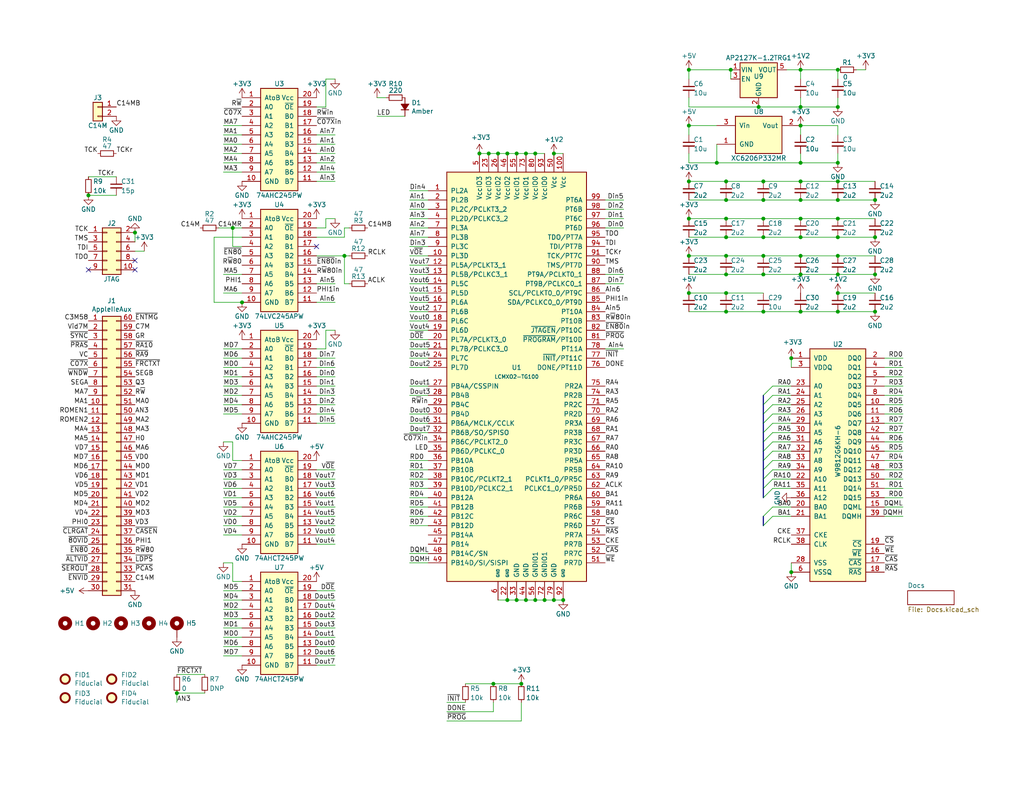
<source format=kicad_sch>
(kicad_sch (version 20230121) (generator eeschema)
  (paper "USLetter")
  (title_block (title "GW4203B (RAM2E II) - LCMXO2-640 / LCMXO2-1200") (date "2023-10-21") (rev "2.1") (company "Garrett's Workshop"))
  (junction (at 198.12 85.09))
  (junction (at 218.44 49.53))
  (junction (at 135.89 41.91))
  (junction (at 187.96 59.69))
  (junction (at 228.6 59.69))
  (junction (at 143.51 163.83))
  (junction (at 218.44 44.45))
  (junction (at 208.28 85.09))
  (junction (at 208.28 64.77))
  (junction (at 198.12 74.93))
  (junction (at 238.76 74.93))
  (junction (at 143.51 41.91))
  (junction (at 228.6 80.01))
  (junction (at 187.96 34.29))
  (junction (at 187.96 80.01))
  (junction (at 133.35 41.91))
  (junction (at 140.97 41.91))
  (junction (at 187.96 69.85))
  (junction (at 228.6 64.77))
  (junction (at 238.76 64.77))
  (junction (at 148.59 163.83))
  (junction (at 218.44 74.93))
  (junction (at 218.44 19.05))
  (junction (at 142.24 186.69))
  (junction (at 228.6 29.21))
  (junction (at 134.62 186.69))
  (junction (at 198.12 64.77))
  (junction (at 138.43 163.83))
  (junction (at 146.05 41.91))
  (junction (at 238.76 54.61))
  (junction (at 93.98 69.85))
  (junction (at 228.6 74.93))
  (junction (at 146.05 163.83))
  (junction (at 198.12 80.01))
  (junction (at 199.39 19.05))
  (junction (at 36.83 63.5))
  (junction (at 228.6 54.61))
  (junction (at 228.6 44.45))
  (junction (at 218.44 59.69))
  (junction (at 138.43 41.91))
  (junction (at 63.5 62.23))
  (junction (at 151.13 41.91))
  (junction (at 228.6 49.53))
  (junction (at 215.9 156.21))
  (junction (at 66.04 82.55))
  (junction (at 208.28 69.85))
  (junction (at 130.81 41.91))
  (junction (at 208.28 54.61))
  (junction (at 140.97 163.83))
  (junction (at 151.13 163.83))
  (junction (at 208.28 74.93))
  (junction (at 218.44 64.77))
  (junction (at 218.44 85.09))
  (junction (at 24.13 53.34))
  (junction (at 153.67 163.83))
  (junction (at 198.12 49.53))
  (junction (at 238.76 85.09))
  (junction (at 187.96 19.05))
  (junction (at 228.6 69.85))
  (junction (at 198.12 54.61))
  (junction (at 218.44 54.61))
  (junction (at 195.58 44.45))
  (junction (at 198.12 59.69))
  (junction (at 208.28 59.69))
  (junction (at 48.26 189.23))
  (junction (at 215.9 97.79))
  (junction (at 208.28 49.53))
  (junction (at 228.6 85.09))
  (junction (at 228.6 19.05))
  (junction (at 187.96 49.53))
  (junction (at 218.44 29.21))
  (junction (at 218.44 69.85))
  (junction (at 218.44 34.29))
  (junction (at 207.01 29.21))
  (junction (at 198.12 69.85))
  (no_connect (at 36.83 71.12))
  (no_connect (at 24.13 73.66))
  (no_connect (at 36.83 73.66))
  (no_connect (at 86.36 67.31))
  (bus_entry (at 210.82 115.57) (size -2.54 2.54))
  (bus_entry (at 210.82 140.97) (size -2.54 2.54))
  (bus_entry (at 210.82 113.03) (size -2.54 2.54))
  (bus_entry (at 210.82 138.43) (size -2.54 2.54))
  (bus_entry (at 210.82 123.19) (size -2.54 2.54))
  (bus_entry (at 210.82 107.95) (size -2.54 2.54))
  (bus_entry (at 210.82 110.49) (size -2.54 2.54))
  (bus_entry (at 210.82 118.11) (size -2.54 2.54))
  (bus_entry (at 210.82 130.81) (size -2.54 2.54))
  (bus_entry (at 210.82 133.35) (size -2.54 2.54))
  (bus_entry (at 210.82 105.41) (size -2.54 2.54))
  (bus_entry (at 210.82 128.27) (size -2.54 2.54))
  (bus_entry (at 210.82 125.73) (size -2.54 2.54))
  (bus_entry (at 210.82 120.65) (size -2.54 2.54))
  (wire (pts (xy 133.35 41.91) (xy 135.89 41.91)))
  (wire (pts (xy 140.97 41.91) (xy 143.51 41.91)))
  (wire (pts (xy 86.36 95.25) (xy 88.9 95.25)))
  (wire (pts (xy 58.42 64.77) (xy 58.42 82.55)))
  (wire (pts (xy 63.5 62.23) (xy 63.5 67.31)))
  (wire (pts (xy 208.28 64.77) (xy 218.44 64.77)))
  (wire (pts (xy 60.96 171.45) (xy 66.04 171.45)))
  (wire (pts (xy 134.62 186.69) (xy 142.24 186.69)))
  (wire (pts (xy 91.44 146.05) (xy 86.36 146.05)))
  (wire (pts (xy 60.96 113.03) (xy 66.04 113.03)))
  (wire (pts (xy 246.38 138.43) (xy 241.3 138.43)))
  (wire (pts (xy 58.42 82.55) (xy 66.04 82.55)))
  (wire (pts (xy 111.76 133.35) (xy 116.84 133.35)))
  (wire (pts (xy 91.44 82.55) (xy 86.36 82.55)))
  (wire (pts (xy 60.96 146.05) (xy 66.04 146.05)))
  (wire (pts (xy 91.44 173.99) (xy 86.36 173.99)))
  (wire (pts (xy 215.9 140.97) (xy 210.82 140.97)))
  (wire (pts (xy 170.18 77.47) (xy 165.1 77.47)))
  (wire (pts (xy 91.44 102.87) (xy 86.36 102.87)))
  (wire (pts (xy 187.96 44.45) (xy 187.96 41.91)))
  (wire (pts (xy 208.28 85.09) (xy 218.44 85.09)))
  (wire (pts (xy 218.44 44.45) (xy 228.6 44.45)))
  (wire (pts (xy 228.6 44.45) (xy 228.6 41.91)))
  (wire (pts (xy 246.38 130.81) (xy 241.3 130.81)))
  (wire (pts (xy 198.12 74.93) (xy 208.28 74.93)))
  (wire (pts (xy 187.96 59.69) (xy 198.12 59.69)))
  (wire (pts (xy 138.43 41.91) (xy 140.97 41.91)))
  (wire (pts (xy 215.9 123.19) (xy 210.82 123.19)))
  (wire (pts (xy 111.76 90.17) (xy 116.84 90.17)))
  (wire (pts (xy 121.92 191.77) (xy 127 191.77)))
  (wire (pts (xy 170.18 62.23) (xy 165.1 62.23)))
  (wire (pts (xy 93.98 64.77) (xy 93.98 62.23)))
  (wire (pts (xy 60.96 44.45) (xy 66.04 44.45)))
  (wire (pts (xy 111.76 135.89) (xy 116.84 135.89)))
  (wire (pts (xy 146.05 41.91) (xy 148.59 41.91)))
  (wire (pts (xy 60.96 34.29) (xy 66.04 34.29)))
  (wire (pts (xy 228.6 49.53) (xy 238.76 49.53)))
  (wire (pts (xy 60.96 95.25) (xy 66.04 95.25)))
  (wire (pts (xy 111.76 82.55) (xy 116.84 82.55)))
  (wire (pts (xy 91.44 130.81) (xy 86.36 130.81)))
  (wire (pts (xy 48.26 189.23) (xy 48.26 191.77)))
  (wire (pts (xy 215.9 107.95) (xy 210.82 107.95)))
  (wire (pts (xy 121.92 196.85) (xy 142.24 196.85)))
  (wire (pts (xy 91.44 97.79) (xy 86.36 97.79)))
  (wire (pts (xy 218.44 29.21) (xy 207.01 29.21)))
  (wire (pts (xy 151.13 163.83) (xy 148.59 163.83)))
  (wire (pts (xy 218.44 21.59) (xy 218.44 19.05)))
  (wire (pts (xy 111.76 57.15) (xy 116.84 57.15)))
  (wire (pts (xy 215.9 138.43) (xy 210.82 138.43)))
  (bus (pts (xy 208.28 128.27) (xy 208.28 130.81)))
  (wire (pts (xy 111.76 100.33) (xy 116.84 100.33)))
  (bus (pts (xy 208.28 123.19) (xy 208.28 125.73)))
  (wire (pts (xy 60.96 140.97) (xy 66.04 140.97)))
  (wire (pts (xy 210.82 133.35) (xy 215.9 133.35)))
  (wire (pts (xy 218.44 74.93) (xy 228.6 74.93)))
  (wire (pts (xy 187.96 34.29) (xy 187.96 36.83)))
  (wire (pts (xy 170.18 54.61) (xy 165.1 54.61)))
  (wire (pts (xy 111.76 74.93) (xy 116.84 74.93)))
  (wire (pts (xy 91.44 135.89) (xy 86.36 135.89)))
  (wire (pts (xy 91.44 39.37) (xy 86.36 39.37)))
  (wire (pts (xy 218.44 36.83) (xy 218.44 34.29)))
  (bus (pts (xy 208.28 120.65) (xy 208.28 123.19)))
  (wire (pts (xy 95.25 69.85) (xy 93.98 69.85)))
  (wire (pts (xy 111.76 95.25) (xy 116.84 95.25)))
  (wire (pts (xy 60.96 143.51) (xy 66.04 143.51)))
  (wire (pts (xy 170.18 74.93) (xy 165.1 74.93)))
  (wire (pts (xy 60.96 110.49) (xy 66.04 110.49)))
  (wire (pts (xy 111.76 64.77) (xy 116.84 64.77)))
  (wire (pts (xy 228.6 21.59) (xy 228.6 19.05)))
  (wire (pts (xy 60.96 166.37) (xy 66.04 166.37)))
  (wire (pts (xy 218.44 49.53) (xy 228.6 49.53)))
  (wire (pts (xy 116.84 92.71) (xy 111.76 92.71)))
  (wire (pts (xy 48.26 184.15) (xy 55.88 184.15)))
  (wire (pts (xy 215.9 125.73) (xy 210.82 125.73)))
  (wire (pts (xy 88.9 21.59) (xy 91.44 21.59)))
  (wire (pts (xy 198.12 54.61) (xy 208.28 54.61)))
  (wire (pts (xy 170.18 95.25) (xy 165.1 95.25)))
  (wire (pts (xy 135.89 41.91) (xy 138.43 41.91)))
  (wire (pts (xy 130.81 41.91) (xy 133.35 41.91)))
  (wire (pts (xy 91.44 171.45) (xy 86.36 171.45)))
  (wire (pts (xy 228.6 80.01) (xy 238.76 80.01)))
  (wire (pts (xy 91.44 138.43) (xy 86.36 138.43)))
  (wire (pts (xy 60.96 107.95) (xy 66.04 107.95)))
  (wire (pts (xy 24.13 48.26) (xy 31.75 48.26)))
  (wire (pts (xy 93.98 69.85) (xy 93.98 77.47)))
  (wire (pts (xy 86.36 128.27) (xy 91.44 128.27)))
  (wire (pts (xy 36.83 66.04) (xy 36.83 63.5)))
  (wire (pts (xy 60.96 36.83) (xy 66.04 36.83)))
  (wire (pts (xy 218.44 69.85) (xy 228.6 69.85)))
  (bus (pts (xy 208.28 110.49) (xy 208.28 113.03)))
  (wire (pts (xy 111.76 118.11) (xy 116.84 118.11)))
  (wire (pts (xy 60.96 46.99) (xy 66.04 46.99)))
  (wire (pts (xy 187.96 44.45) (xy 195.58 44.45)))
  (wire (pts (xy 111.76 62.23) (xy 116.84 62.23)))
  (wire (pts (xy 60.96 105.41) (xy 66.04 105.41)))
  (wire (pts (xy 208.28 74.93) (xy 218.44 74.93)))
  (wire (pts (xy 153.67 41.91) (xy 151.13 41.91)))
  (bus (pts (xy 208.28 125.73) (xy 208.28 128.27)))
  (wire (pts (xy 91.44 44.45) (xy 86.36 44.45)))
  (wire (pts (xy 91.44 77.47) (xy 86.36 77.47)))
  (wire (pts (xy 60.96 80.01) (xy 66.04 80.01)))
  (wire (pts (xy 91.44 36.83) (xy 86.36 36.83)))
  (wire (pts (xy 187.96 29.21) (xy 207.01 29.21)))
  (wire (pts (xy 66.04 158.75) (xy 63.5 158.75)))
  (wire (pts (xy 236.22 19.05) (xy 233.68 19.05)))
  (wire (pts (xy 246.38 107.95) (xy 241.3 107.95)))
  (wire (pts (xy 60.96 168.91) (xy 66.04 168.91)))
  (wire (pts (xy 228.6 74.93) (xy 238.76 74.93)))
  (wire (pts (xy 91.44 179.07) (xy 86.36 179.07)))
  (wire (pts (xy 60.96 173.99) (xy 66.04 173.99)))
  (wire (pts (xy 228.6 34.29) (xy 218.44 34.29)))
  (wire (pts (xy 146.05 163.83) (xy 143.51 163.83)))
  (wire (pts (xy 91.44 41.91) (xy 86.36 41.91)))
  (wire (pts (xy 187.96 69.85) (xy 198.12 69.85)))
  (wire (pts (xy 63.5 158.75) (xy 63.5 153.67)))
  (wire (pts (xy 60.96 163.83) (xy 66.04 163.83)))
  (wire (pts (xy 111.76 143.51) (xy 116.84 143.51)))
  (wire (pts (xy 55.88 189.23) (xy 48.26 189.23)))
  (bus (pts (xy 208.28 140.97) (xy 208.28 143.51)))
  (wire (pts (xy 110.49 31.75) (xy 102.87 31.75)))
  (wire (pts (xy 218.44 29.21) (xy 218.44 26.67)))
  (wire (pts (xy 63.5 120.65) (xy 60.96 120.65)))
  (wire (pts (xy 228.6 36.83) (xy 228.6 34.29)))
  (wire (pts (xy 93.98 77.47) (xy 95.25 77.47)))
  (wire (pts (xy 246.38 123.19) (xy 241.3 123.19)))
  (wire (pts (xy 88.9 59.69) (xy 91.44 59.69)))
  (wire (pts (xy 187.96 54.61) (xy 198.12 54.61)))
  (wire (pts (xy 111.76 54.61) (xy 116.84 54.61)))
  (wire (pts (xy 246.38 113.03) (xy 241.3 113.03)))
  (wire (pts (xy 218.44 44.45) (xy 195.58 44.45)))
  (wire (pts (xy 60.96 74.93) (xy 66.04 74.93)))
  (wire (pts (xy 60.96 39.37) (xy 66.04 39.37)))
  (wire (pts (xy 215.9 118.11) (xy 210.82 118.11)))
  (wire (pts (xy 246.38 105.41) (xy 241.3 105.41)))
  (wire (pts (xy 228.6 64.77) (xy 238.76 64.77)))
  (wire (pts (xy 59.69 62.23) (xy 63.5 62.23)))
  (wire (pts (xy 198.12 85.09) (xy 208.28 85.09)))
  (wire (pts (xy 198.12 64.77) (xy 208.28 64.77)))
  (wire (pts (xy 91.44 143.51) (xy 86.36 143.51)))
  (wire (pts (xy 215.9 100.33) (xy 215.9 97.79)))
  (wire (pts (xy 102.87 26.67) (xy 105.41 26.67)))
  (wire (pts (xy 91.44 140.97) (xy 86.36 140.97)))
  (wire (pts (xy 187.96 64.77) (xy 198.12 64.77)))
  (wire (pts (xy 127 186.69) (xy 134.62 186.69)))
  (wire (pts (xy 63.5 153.67) (xy 60.96 153.67)))
  (wire (pts (xy 228.6 59.69) (xy 238.76 59.69)))
  (wire (pts (xy 142.24 191.77) (xy 142.24 196.85)))
  (wire (pts (xy 198.12 85.09) (xy 187.96 85.09)))
  (wire (pts (xy 63.5 125.73) (xy 63.5 120.65)))
  (wire (pts (xy 60.96 179.07) (xy 66.04 179.07)))
  (wire (pts (xy 198.12 80.01) (xy 208.28 80.01)))
  (wire (pts (xy 187.96 74.93) (xy 198.12 74.93)))
  (wire (pts (xy 218.44 64.77) (xy 228.6 64.77)))
  (wire (pts (xy 88.9 59.69) (xy 88.9 62.23)))
  (wire (pts (xy 134.62 194.31) (xy 134.62 191.77)))
  (wire (pts (xy 60.96 130.81) (xy 66.04 130.81)))
  (wire (pts (xy 215.9 156.21) (xy 215.9 153.67)))
  (wire (pts (xy 86.36 64.77) (xy 93.98 64.77)))
  (wire (pts (xy 138.43 163.83) (xy 135.89 163.83)))
  (wire (pts (xy 66.04 62.23) (xy 63.5 62.23)))
  (wire (pts (xy 60.96 128.27) (xy 66.04 128.27)))
  (wire (pts (xy 187.96 19.05) (xy 199.39 19.05)))
  (wire (pts (xy 246.38 97.79) (xy 241.3 97.79)))
  (wire (pts (xy 246.38 128.27) (xy 241.3 128.27)))
  (wire (pts (xy 218.44 19.05) (xy 214.63 19.05)))
  (wire (pts (xy 246.38 125.73) (xy 241.3 125.73)))
  (wire (pts (xy 246.38 120.65) (xy 241.3 120.65)))
  (wire (pts (xy 199.39 19.05) (xy 199.39 21.59)))
  (wire (pts (xy 246.38 133.35) (xy 241.3 133.35)))
  (wire (pts (xy 60.96 161.29) (xy 66.04 161.29)))
  (wire (pts (xy 93.98 62.23) (xy 95.25 62.23)))
  (wire (pts (xy 60.96 176.53) (xy 66.04 176.53)))
  (wire (pts (xy 66.04 64.77) (xy 58.42 64.77)))
  (wire (pts (xy 238.76 85.09) (xy 228.6 85.09)))
  (wire (pts (xy 91.44 176.53) (xy 86.36 176.53)))
  (wire (pts (xy 153.67 163.83) (xy 151.13 163.83)))
  (wire (pts (xy 187.96 19.05) (xy 187.96 21.59)))
  (wire (pts (xy 91.44 163.83) (xy 86.36 163.83)))
  (wire (pts (xy 111.76 105.41) (xy 116.84 105.41)))
  (wire (pts (xy 111.76 77.47) (xy 116.84 77.47)))
  (wire (pts (xy 187.96 49.53) (xy 198.12 49.53)))
  (wire (pts (xy 86.36 69.85) (xy 93.98 69.85)))
  (wire (pts (xy 215.9 105.41) (xy 210.82 105.41)))
  (wire (pts (xy 218.44 44.45) (xy 218.44 41.91)))
  (wire (pts (xy 208.28 49.53) (xy 218.44 49.53)))
  (wire (pts (xy 111.76 52.07) (xy 116.84 52.07)))
  (wire (pts (xy 60.96 102.87) (xy 66.04 102.87)))
  (wire (pts (xy 31.75 53.34) (xy 24.13 53.34)))
  (wire (pts (xy 116.84 69.85) (xy 111.76 69.85)))
  (wire (pts (xy 246.38 115.57) (xy 241.3 115.57)))
  (wire (pts (xy 215.9 110.49) (xy 210.82 110.49)))
  (wire (pts (xy 111.76 87.63) (xy 116.84 87.63)))
  (wire (pts (xy 246.38 100.33) (xy 241.3 100.33)))
  (wire (pts (xy 198.12 49.53) (xy 208.28 49.53)))
  (wire (pts (xy 111.76 115.57) (xy 116.84 115.57)))
  (wire (pts (xy 91.44 49.53) (xy 86.36 49.53)))
  (wire (pts (xy 198.12 59.69) (xy 208.28 59.69)))
  (wire (pts (xy 143.51 41.91) (xy 146.05 41.91)))
  (wire (pts (xy 246.38 135.89) (xy 241.3 135.89)))
  (wire (pts (xy 86.36 62.23) (xy 88.9 62.23)))
  (wire (pts (xy 215.9 120.65) (xy 210.82 120.65)))
  (wire (pts (xy 86.36 29.21) (xy 88.9 29.21)))
  (wire (pts (xy 218.44 29.21) (xy 228.6 29.21)))
  (wire (pts (xy 208.28 54.61) (xy 218.44 54.61)))
  (wire (pts (xy 228.6 19.05) (xy 218.44 19.05)))
  (wire (pts (xy 208.28 59.69) (xy 218.44 59.69)))
  (wire (pts (xy 215.9 128.27) (xy 210.82 128.27)))
  (wire (pts (xy 187.96 34.29) (xy 195.58 34.29)))
  (wire (pts (xy 187.96 80.01) (xy 198.12 80.01)))
  (wire (pts (xy 91.44 113.03) (xy 86.36 113.03)))
  (wire (pts (xy 111.76 125.73) (xy 116.84 125.73)))
  (wire (pts (xy 116.84 153.67) (xy 111.76 153.67)))
  (bus (pts (xy 208.28 113.03) (xy 208.28 115.57)))
  (wire (pts (xy 111.76 140.97) (xy 116.84 140.97)))
  (wire (pts (xy 86.36 161.29) (xy 91.44 161.29)))
  (wire (pts (xy 91.44 148.59) (xy 86.36 148.59)))
  (wire (pts (xy 60.96 97.79) (xy 66.04 97.79)))
  (wire (pts (xy 228.6 54.61) (xy 238.76 54.61)))
  (wire (pts (xy 39.37 68.58) (xy 36.83 68.58)))
  (wire (pts (xy 111.76 72.39) (xy 116.84 72.39)))
  (wire (pts (xy 146.05 163.83) (xy 148.59 163.83)))
  (wire (pts (xy 66.04 125.73) (xy 63.5 125.73)))
  (wire (pts (xy 246.38 118.11) (xy 241.3 118.11)))
  (wire (pts (xy 246.38 102.87) (xy 241.3 102.87)))
  (wire (pts (xy 121.92 194.31) (xy 134.62 194.31)))
  (wire (pts (xy 63.5 67.31) (xy 66.04 67.31)))
  (wire (pts (xy 91.44 168.91) (xy 86.36 168.91)))
  (wire (pts (xy 91.44 105.41) (xy 86.36 105.41)))
  (wire (pts (xy 215.9 130.81) (xy 210.82 130.81)))
  (wire (pts (xy 143.51 163.83) (xy 140.97 163.83)))
  (wire (pts (xy 215.9 113.03) (xy 210.82 113.03)))
  (wire (pts (xy 140.97 163.83) (xy 138.43 163.83)))
  (wire (pts (xy 111.76 107.95) (xy 116.84 107.95)))
  (wire (pts (xy 246.38 110.49) (xy 241.3 110.49)))
  (wire (pts (xy 170.18 57.15) (xy 165.1 57.15)))
  (wire (pts (xy 187.96 29.21) (xy 187.96 26.67)))
  (wire (pts (xy 91.44 133.35) (xy 86.36 133.35)))
  (wire (pts (xy 88.9 95.25) (xy 88.9 90.17)))
  (bus (pts (xy 208.28 118.11) (xy 208.28 120.65)))
  (bus (pts (xy 208.28 107.95) (xy 208.28 110.49)))
  (wire (pts (xy 88.9 21.59) (xy 88.9 29.21)))
  (wire (pts (xy 170.18 59.69) (xy 165.1 59.69)))
  (wire (pts (xy 60.96 41.91) (xy 66.04 41.91)))
  (wire (pts (xy 111.76 85.09) (xy 116.84 85.09)))
  (wire (pts (xy 91.44 46.99) (xy 86.36 46.99)))
  (wire (pts (xy 198.12 69.85) (xy 208.28 69.85)))
  (wire (pts (xy 60.96 100.33) (xy 66.04 100.33)))
  (wire (pts (xy 208.28 69.85) (xy 218.44 69.85)))
  (wire (pts (xy 91.44 115.57) (xy 86.36 115.57)))
  (wire (pts (xy 228.6 29.21) (xy 228.6 26.67)))
  (wire (pts (xy 215.9 115.57) (xy 210.82 115.57)))
  (bus (pts (xy 208.28 130.81) (xy 208.28 133.35)))
  (bus (pts (xy 208.28 115.57) (xy 208.28 118.11)))
  (wire (pts (xy 116.84 151.13) (xy 111.76 151.13)))
  (wire (pts (xy 111.76 113.03) (xy 116.84 113.03)))
  (wire (pts (xy 60.96 133.35) (xy 66.04 133.35)))
  (wire (pts (xy 195.58 44.45) (xy 195.58 39.37)))
  (wire (pts (xy 111.76 59.69) (xy 116.84 59.69)))
  (wire (pts (xy 91.44 100.33) (xy 86.36 100.33)))
  (wire (pts (xy 116.84 138.43) (xy 111.76 138.43)))
  (wire (pts (xy 218.44 59.69) (xy 228.6 59.69)))
  (wire (pts (xy 218.44 54.61) (xy 228.6 54.61)))
  (wire (pts (xy 228.6 69.85) (xy 238.76 69.85)))
  (wire (pts (xy 60.96 135.89) (xy 66.04 135.89)))
  (wire (pts (xy 111.76 80.01) (xy 116.84 80.01)))
  (wire (pts (xy 111.76 130.81) (xy 116.84 130.81)))
  (wire (pts (xy 91.44 181.61) (xy 86.36 181.61)))
  (wire (pts (xy 218.44 85.09) (xy 228.6 85.09)))
  (wire (pts (xy 91.44 166.37) (xy 86.36 166.37)))
  (wire (pts (xy 60.96 138.43) (xy 66.04 138.43)))
  (wire (pts (xy 91.44 107.95) (xy 86.36 107.95)))
  (wire (pts (xy 111.76 128.27) (xy 116.84 128.27)))
  (wire (pts (xy 246.38 140.97) (xy 241.3 140.97)))
  (bus (pts (xy 208.28 133.35) (xy 208.28 135.89)))
  (wire (pts (xy 111.76 67.31) (xy 116.84 67.31)))
  (wire (pts (xy 91.44 110.49) (xy 86.36 110.49)))
  (wire (pts (xy 111.76 97.79) (xy 116.84 97.79)))
  (wire (pts (xy 88.9 90.17) (xy 91.44 90.17)))
  (label "~{PRAS}" (at 24.13 95.25 180))
  (label "RA4" (at 215.9 115.57 180))
  (label "~{SEROUT}" (at 24.13 156.21 180))
  (label "MD1" (at 60.96 171.45 0))
  (label "MD0" (at 36.83 128.27 0))
  (label "MD5" (at 24.13 135.89 180))
  (label "Din0" (at 170.18 62.23 180))
  (label "RD2" (at 246.38 130.81 180))
  (label "Ain4" (at 170.18 95.25 180))
  (label "TCKr" (at 165.1 69.85 0))
  (label "RD6" (at 111.76 140.97 0))
  (label "RA8" (at 165.1 125.73 0))
  (label "Din3" (at 91.44 107.95 180))
  (label "MD3" (at 60.96 168.91 0))
  (label "~{WNDW}" (at 24.13 102.87 180))
  (label "MD4" (at 60.96 110.49 0))
  (label "RD1" (at 111.76 128.27 0))
  (label "Vout6" (at 111.76 77.47 0))
  (label "RCLK" (at 100.33 69.85 0))
  (label "MD2" (at 60.96 166.37 0))
  (label "RCLK" (at 215.9 148.59 180))
  (label "MA5" (at 24.13 120.65 180))
  (label "Vout6" (at 91.44 135.89 180))
  (label "Ain2" (at 111.76 62.23 0))
  (label "Ain6" (at 165.1 80.01 0))
  (label "~{ENVID}" (at 24.13 158.75 180))
  (label "Din5" (at 170.18 54.61 180))
  (label "Din2" (at 170.18 57.15 180))
  (label "Ain6" (at 91.44 82.55 180))
  (label "VD6" (at 60.96 133.35 0))
  (label "Din6" (at 170.18 74.93 180))
  (label "RA5" (at 165.1 110.49 0))
  (label "VD0" (at 36.83 125.73 0))
  (label "PHI1in" (at 165.1 82.55 0))
  (label "Dout0" (at 111.76 113.03 0))
  (label "MD7" (at 60.96 179.07 0))
  (label "Vout5" (at 91.44 140.97 180))
  (label "Ain2" (at 91.44 44.45 180))
  (label "Din6" (at 91.44 100.33 180))
  (label "Ain0" (at 91.44 41.91 180))
  (label "Din4" (at 111.76 52.07 0))
  (label "VD0" (at 60.96 143.51 0))
  (label "~{CASEN}" (at 36.83 146.05 0))
  (label "RD3" (at 246.38 105.41 180))
  (label "DONE" (at 165.1 100.33 0))
  (label "PHI0" (at 24.13 143.51 180))
  (label "R~{W}80" (at 36.83 151.13 0))
  (label "Dout2" (at 111.76 100.33 0))
  (label "Ain4" (at 91.44 46.99 180))
  (label "~{PROG}" (at 165.1 92.71 0))
  (label "ROMEN2" (at 24.13 115.57 180))
  (label "Din4" (at 91.44 113.03 180))
  (label "GR" (at 36.83 92.71 0))
  (label "MA7" (at 24.13 107.95 180))
  (label "RD7" (at 246.38 115.57 180))
  (label "Vout0" (at 91.44 146.05 180))
  (label "Dout0" (at 91.44 176.53 180))
  (label "Dout6" (at 91.44 179.07 180))
  (label "VD4" (at 24.13 140.97 180))
  (label "~{SYNC}" (at 24.13 92.71 180))
  (label "MA0" (at 36.83 110.49 0))
  (label "~{EN80}in" (at 165.1 90.17 0))
  (label "Dout2" (at 91.44 168.91 180))
  (label "Vout4" (at 111.76 90.17 0))
  (label "VD2" (at 36.83 135.89 0))
  (label "Dout4" (at 91.44 166.37 180))
  (label "H0" (at 36.83 120.65 0))
  (label "RA3" (at 165.1 107.95 0))
  (label "RA5" (at 215.9 118.11 180))
  (label "VD5" (at 60.96 138.43 0))
  (label "Dout3" (at 91.44 171.45 180))
  (label "RD6" (at 246.38 120.65 180))
  (label "~{LDPS}" (at 36.83 153.67 0))
  (label "VC" (at 24.13 97.79 180))
  (label "RA0" (at 165.1 123.19 0))
  (label "MD0" (at 60.96 100.33 0))
  (label "Din0" (at 91.44 102.87 180))
  (label "TCK" (at 24.13 63.5 180))
  (label "VD1" (at 60.96 135.89 0))
  (label "BA0" (at 215.9 138.43 180))
  (label "MD7" (at 24.13 125.73 180))
  (label "RA11" (at 215.9 133.35 180))
  (label "Vout2" (at 91.44 143.51 180))
  (label "MA4" (at 24.13 118.11 180))
  (label "LED" (at 102.87 31.75 0))
  (label "MD3" (at 60.96 105.41 0))
  (label "RA9" (at 165.1 130.81 0))
  (label "RD2" (at 111.76 130.81 0))
  (label "~{PROG}" (at 121.92 196.85 0))
  (label "Vout3" (at 91.44 133.35 180))
  (label "RA11" (at 165.1 138.43 0))
  (label "R~{W}" (at 36.83 107.95 0))
  (label "CKE" (at 165.1 148.59 0))
  (label "~{CLRGAT}" (at 24.13 146.05 180))
  (label "Ain5" (at 165.1 85.09 0))
  (label "R~{W}in" (at 116.84 110.49 180))
  (label "VD4" (at 60.96 146.05 0))
  (label "MA7" (at 60.96 34.29 0))
  (label "MD0" (at 60.96 173.99 0))
  (label "~{C07X}in" (at 86.36 34.29 0))
  (label "DQMH" (at 111.76 153.67 0))
  (label "MD2" (at 60.96 107.95 0))
  (label "RA6" (at 215.9 120.65 180))
  (label "RD4" (at 111.76 135.89 0))
  (label "Din2" (at 91.44 110.49 180))
  (label "MD4" (at 60.96 163.83 0))
  (label "Dout6" (at 111.76 115.57 0))
  (label "R~{W}80in" (at 86.36 74.93 0))
  (label "MA5" (at 60.96 74.93 0))
  (label "DQMH" (at 246.38 140.97 180))
  (label "~{EN80}" (at 66.04 69.85 180))
  (label "V~{OE}" (at 111.76 69.85 0))
  (label "MD6" (at 24.13 128.27 180))
  (label "MD3" (at 36.83 140.97 0))
  (label "Din3" (at 111.76 67.31 0))
  (label "~{CAS}" (at 165.1 151.13 0))
  (label "VD7" (at 24.13 123.19 180))
  (label "VD3" (at 60.96 130.81 0))
  (label "RA3" (at 215.9 113.03 180))
  (label "MA1" (at 24.13 110.49 180))
  (label "C7M" (at 36.83 90.17 0))
  (label "~{EN80}in" (at 86.36 72.39 0))
  (label "~{80VID}" (at 24.13 148.59 180))
  (label "RD2" (at 246.38 102.87 180))
  (label "Dout1" (at 111.76 105.41 0))
  (label "RA2" (at 165.1 113.03 0))
  (label "Vout1" (at 91.44 138.43 180))
  (label "~{RAS}" (at 241.3 156.21 0))
  (label "BA1" (at 165.1 135.89 0))
  (label "~{FRCTXT}" (at 48.26 184.15 0))
  (label "MD6" (at 60.96 176.53 0))
  (label "Ain1" (at 91.44 39.37 180))
  (label "VD6" (at 24.13 130.81 180))
  (label "Ain3" (at 111.76 59.69 0))
  (label "PHI1in" (at 86.36 80.01 0))
  (label "~{C07X}" (at 24.13 100.33 180))
  (label "~{ALTVID}" (at 24.13 153.67 180))
  (label "Ain3" (at 91.44 49.53 180))
  (label "~{C07X}" (at 66.04 31.75 180))
  (label "~{CS}" (at 165.1 143.51 0))
  (label "RA4" (at 165.1 105.41 0))
  (label "R~{W}80" (at 66.04 72.39 180))
  (label "Dout1" (at 91.44 173.99 180))
  (label "PHI1" (at 66.04 77.47 180))
  (label "RD1" (at 246.38 100.33 180))
  (label "RA1" (at 165.1 118.11 0))
  (label "R~{W}" (at 66.04 29.21 180))
  (label "~{FRCTXT}" (at 36.83 100.33 0))
  (label "R~{W}80in" (at 165.1 87.63 0))
  (label "MA6" (at 36.83 123.19 0))
  (label "~{CS}" (at 241.3 148.59 0))
  (label "PHI1" (at 36.83 148.59 0))
  (label "Ain1" (at 111.76 54.61 0))
  (label "TDI" (at 165.1 67.31 0))
  (label "RD3" (at 111.76 133.35 0))
  (label "BA0" (at 165.1 140.97 0))
  (label "Din1" (at 91.44 105.41 180))
  (label "VD7" (at 60.96 128.27 0))
  (label "RD6" (at 246.38 113.03 180))
  (label "Vout0" (at 111.76 87.63 0))
  (label "VD5" (at 24.13 133.35 180))
  (label "~{CAS}" (at 241.3 153.67 0))
  (label "C14M" (at 36.83 158.75 0))
  (label "RD7" (at 246.38 118.11 180))
  (label "RD3" (at 246.38 128.27 180))
  (label "TDO" (at 165.1 64.77 0))
  (label "AN3" (at 36.83 113.03 0))
  (label "TDO" (at 24.13 71.12 180))
  (label "RA2" (at 215.9 110.49 180))
  (label "RA10" (at 215.9 130.81 180))
  (label "RD5" (at 111.76 138.43 0))
  (label "MA6" (at 60.96 80.01 0))
  (label "Dout5" (at 111.76 95.25 0))
  (label "DQML" (at 246.38 138.43 180))
  (label "RA9" (at 215.9 128.27 180))
  (label "MD5" (at 60.96 113.03 0))
  (label "BA1" (at 215.9 140.97 180))
  (label "Vid7M" (at 24.13 90.17 180))
  (label "Vout7" (at 111.76 72.39 0))
  (label "~{ENTMG}" (at 36.83 87.63 0))
  (label "RD0" (at 246.38 135.89 180))
  (label "MA3" (at 60.96 46.99 0))
  (label "VD1" (at 36.83 133.35 0))
  (label "MA3" (at 36.83 118.11 0))
  (label "~{WE}" (at 241.3 151.13 0))
  (label "VD3" (at 36.83 143.51 0))
  (label "~{C07X}in" (at 116.84 120.65 180))
  (label "~{RA10}" (at 36.83 95.25 0))
  (label "Din7" (at 170.18 77.47 180))
  (label "SEGA" (at 24.13 105.41 180))
  (label "MD2" (at 36.83 138.43 0))
  (label "AN3" (at 48.26 191.77 0))
  (label "MA2" (at 60.96 41.91 0))
  (label "RD5" (at 246.38 110.49 180))
  (label "ACLK" (at 165.1 133.35 0))
  (label "RA8" (at 215.9 125.73 180))
  (label "MD1" (at 36.83 130.81 0))
  (label "D~{OE}" (at 111.76 92.71 0))
  (label "MD4" (at 24.13 138.43 180))
  (label "MA4" (at 60.96 44.45 0))
  (label "RD5" (at 246.38 123.19 180))
  (label "RD4" (at 246.38 125.73 180))
  (label "RA0" (at 215.9 105.41 180))
  (label "MD5" (at 60.96 161.29 0))
  (label "MA2" (at 36.83 115.57 0))
  (label "V~{OE}" (at 91.44 128.27 180))
  (label "MD1" (at 60.96 102.87 0))
  (label "C3M58" (at 24.13 87.63 180))
  (label "~{RAS}" (at 165.1 146.05 0))
  (label "Ain0" (at 111.76 57.15 0))
  (label "~{INIT}" (at 121.92 191.77 0))
  (label "VD2" (at 60.96 140.97 0))
  (label "D~{OE}" (at 91.44 161.29 180))
  (label "Ain7" (at 91.44 36.83 180))
  (label "RD0" (at 246.38 97.79 180))
  (label "RA1" (at 215.9 107.95 180))
  (label "RA10" (at 165.1 128.27 0))
  (label "~{EN80}" (at 24.13 151.13 180))
  (label "Vout7" (at 91.44 130.81 180))
  (label "DONE" (at 121.92 194.31 0))
  (label "Ain7" (at 111.76 64.77 0))
  (label "RA7" (at 165.1 120.65 0))
  (label "~{RA9}" (at 36.83 97.79 0))
  (label "TMS" (at 24.13 66.04 180))
  (label "TCKr" (at 26.67 48.26 0))
  (label "Din7" (at 91.44 97.79 180))
  (label "C14MB" (at 31.75 29.21 0))
  (label "Din1" (at 170.18 59.69 180))
  (label "MD6" (at 60.96 97.79 0))
  (label "Vout4" (at 91.44 148.59 180))
  (label "LED" (at 116.84 123.19 180))
  (label "RD7" (at 111.76 143.51 0))
  (label "RA7" (at 215.9 123.19 180))
  (label "C14M" (at 54.61 62.23 180))
  (label "TDI" (at 24.13 68.58 180))
  (label "TCKr" (at 31.75 41.91 0))
  (label "~{PCAS}" (at 36.83 156.21 0))
  (label "Dout4" (at 111.76 97.79 0))
  (label "Dout3" (at 111.76 107.95 0))
  (label "TCK" (at 26.67 41.91 180))
  (label "R~{W}in" (at 86.36 31.75 0))
  (label "~{INIT}" (at 165.1 97.79 0))
  (label "DQML" (at 111.76 151.13 0))
  (label "SEGB" (at 36.83 102.87 0))
  (label "RA6" (at 165.1 115.57 0))
  (label "RD0" (at 111.76 125.73 0))
  (label "~{WE}" (at 165.1 153.67 0))
  (label "Vout1" (at 111.76 80.01 0))
  (label "C14MB" (at 100.33 62.23 0))
  (label "ROMEN1" (at 24.13 113.03 180))
  (label "C14MR" (at 66.04 62.23 180))
  (label "Dout7" (at 91.44 181.61 180))
  (label "MA1" (at 60.96 36.83 0))
  (label "ACLK" (at 100.33 77.47 0))
  (label "Vout3" (at 111.76 74.93 0))
  (label "Ain5" (at 91.44 77.47 180))
  (label "TMS" (at 165.1 72.39 0))
  (label "Vout5" (at 111.76 82.55 0))
  (label "MA0" (at 60.96 39.37 0))
  (label "Vout2" (at 111.76 85.09 0))
  (label "Q3" (at 36.83 105.41 0))
  (label "MD7" (at 60.96 95.25 0))
  (label "Dout7" (at 111.76 118.11 0))
  (label "RD1" (at 246.38 133.35 180))
  (label "Din5" (at 91.44 115.57 180))
  (label "Dout5" (at 91.44 163.83 180))
  (label "RD4" (at 246.38 107.95 180))
  (label "CKE" (at 215.9 146.05 180))
  (symbol (lib_id "Device:C_Small") (at 218.44 24.13 0) (unit 1)
    (property "Reference" "C4" (at 219.71 22.86 0) (effects (justify left)))
    (property "Value" "10u" (at 219.71 25.4 0) (effects (justify left)))
    (property "Footprint" "stdpads:C_0805" (effects hide))
    (property "LCSC Part" "C15850" (effects hide))
    (property "Mfg. Part Numbers" "Samsung CL21A106KAYNNNE" (effects hide))
    (property "Notes" "10V or higher. Any manufacturer's part is acceptable but Samsung, Murata, Yageo preferred." (effects hide))
  )
  (symbol (lib_id "Device:C_Small") (at 228.6 24.13 0) (unit 1)
    (property "Reference" "C5" (at 229.87 22.86 0) (effects (justify left)))
    (property "Value" "10u" (at 229.87 25.4 0) (effects (justify left)))
    (property "Footprint" "stdpads:C_0805" (effects hide))
    (property "LCSC Part" "C15850" (effects hide))
    (property "Mfg. Part Numbers" "Samsung CL21A106KAYNNNE" (effects hide))
    (property "Notes" "10V or higher. Any manufacturer's part is acceptable but Samsung, Murata, Yageo preferred." (effects hide))
  )
  (symbol (lib_id "Mechanical:Fiducial") (at 17.78 185.42 0) (unit 1)
    (property "Reference" "FID1" (at 20.32 184.2516 0) (effects (justify left)))
    (property "Value" "Fiducial" (at 20.32 186.563 0) (effects (justify left)))
    (property "Footprint" "stdpads:Fiducial" (effects hide))
    (property "Notes" "DNP - SMT vision system fiducial" (effects hide))
  )
  (symbol (lib_id "Mechanical:Fiducial") (at 30.48 185.42 0) (unit 1)
    (property "Reference" "FID2" (at 33.02 184.2516 0) (effects (justify left)))
    (property "Value" "Fiducial" (at 33.02 186.563 0) (effects (justify left)))
    (property "Footprint" "stdpads:Fiducial" (effects hide))
    (property "Notes" "DNP - SMT vision system fiducial" (effects hide))
  )
  (symbol (lib_id "Mechanical:Fiducial") (at 17.78 190.5 0) (unit 1)
    (property "Reference" "FID3" (at 20.32 189.3316 0) (effects (justify left)))
    (property "Value" "Fiducial" (at 20.32 191.643 0) (effects (justify left)))
    (property "Footprint" "stdpads:Fiducial" (effects hide))
    (property "Notes" "DNP - SMT vision system fiducial" (effects hide))
  )
  (symbol (lib_id "Mechanical:Fiducial") (at 30.48 190.5 0) (unit 1)
    (property "Reference" "FID4" (at 33.02 189.3316 0) (effects (justify left)))
    (property "Value" "Fiducial" (at 33.02 191.643 0) (effects (justify left)))
    (property "Footprint" "stdpads:Fiducial" (effects hide))
    (property "Notes" "DNP - SMT vision system fiducial" (effects hide))
  )
  (symbol (lib_id "Mechanical:MountingHole") (at 17.78 170.18 0) (unit 1)
    (property "Reference" "H1" (at 20.32 170.18 0) (effects (justify left)))
    (property "Value" " " (at 20.32 171.196 0) (effects (justify left)))
    (property "Footprint" "stdpads:PasteHole_1.152mm_NPTH" (effects hide))
    (property "Notes" "DNP - mounting hole for solder paste printing" (effects hide))
  )
  (symbol (lib_id "Mechanical:MountingHole") (at 25.4 170.18 0) (unit 1)
    (property "Reference" "H2" (at 27.94 170.18 0) (effects (justify left)))
    (property "Value" " " (at 27.94 171.196 0) (effects (justify left)))
    (property "Footprint" "stdpads:PasteHole_1.152mm_NPTH" (effects hide))
    (property "Notes" "DNP - mounting hole for solder paste printing" (effects hide))
  )
  (symbol (lib_id "Mechanical:MountingHole") (at 33.02 170.18 0) (unit 1)
    (property "Reference" "H3" (at 35.56 170.18 0) (effects (justify left)))
    (property "Value" " " (at 35.56 171.196 0) (effects (justify left)))
    (property "Footprint" "stdpads:PasteHole_1.152mm_NPTH" (effects hide))
    (property "Notes" "DNP - mounting hole for solder paste printing" (effects hide))
  )
  (symbol (lib_id "Mechanical:MountingHole") (at 40.64 170.18 0) (unit 1)
    (property "Reference" "H4" (at 43.18 170.18 0) (effects (justify left)))
    (property "Value" " " (at 43.18 171.196 0) (effects (justify left)))
    (property "Footprint" "stdpads:PasteHole_1.152mm_NPTH" (effects hide))
    (property "Notes" "DNP - mounting hole for solder paste printing" (effects hide))
  )
  (symbol (lib_id "power:GND") (at 48.26 173.99 0) (unit 1)
    (property "Reference" "#PWR0132" (effects hide))
    (property "Value" "GND" (at 48.26 177.8 0))
  )
  (symbol (lib_id "Connector_Generic:Conn_02x30_Counter_Clockwise") (at 29.21 123.19 0) (unit 1)
    (property "Reference" "J1" (at 30.48 82.1182 0))
    (property "Value" "AppleIIeAux" (at 30.48 84.4296 0))
    (property "Footprint" "stdpads:AppleIIeAux_Edge" (effects hide))
    (property "Notes" "DNP - edge connector" (effects hide))
  )
  (symbol (lib_id "power:+5V") (at 24.13 161.29 90) (unit 1)
    (property "Reference" "#PWR0106" (effects hide))
    (property "Value" "+5V" (at 20.32 161.29 90) (effects (justify left)))
  )
  (symbol (lib_id "power:GND") (at 36.83 161.29 0) (unit 1)
    (property "Reference" "#PWR0107" (effects hide))
    (property "Value" "GND" (at 36.83 165.1 0))
  )
  (symbol (lib_id "Device:C_Small") (at 187.96 39.37 0) (unit 1)
    (property "Reference" "C1" (at 189.23 38.1 0) (effects (justify left)))
    (property "Value" "10u" (at 189.23 40.64 0) (effects (justify left)))
    (property "Footprint" "stdpads:C_0805" (effects hide))
    (property "LCSC Part" "C15850" (effects hide))
    (property "Mfg. Part Numbers" "Samsung CL21A106KAYNNNE" (effects hide))
    (property "Notes" "10V or higher. Any manufacturer's part is acceptable but Samsung, Murata, Yageo preferred." (effects hide))
  )
  (symbol (lib_id "Device:C_Small") (at 228.6 39.37 0) (unit 1)
    (property "Reference" "C3" (at 229.87 38.1 0) (effects (justify left)))
    (property "Value" "10u" (at 229.87 40.64 0) (effects (justify left)))
    (property "Footprint" "stdpads:C_0805" (effects hide))
    (property "LCSC Part" "C15850" (effects hide))
    (property "Mfg. Part Numbers" "Samsung CL21A106KAYNNNE" (effects hide))
    (property "Notes" "10V or higher. Any manufacturer's part is acceptable but Samsung, Murata, Yageo preferred." (effects hide))
  )
  (symbol (lib_id "GW_RAM:SDRAM-16Mx16-TSOP2-54") (at 228.6 123.19 0) (unit 1)
    (property "Reference" "U2" (at 228.6 93.98 0))
    (property "Value" "W9812G6KH-6" (at 228.6 123.19 90))
    (property "Footprint" "stdpads:TSOP-II-54_22.2x10.16mm_P0.8mm" (effects hide))
    (property "LCSC Part" "C62379" (effects hide))
    (property "Mfg. Part Numbers" "Winbond W9812G6KH-6, Winbond W9812G6KH-6I, Winbond W9825G6KH-6, Winbond W9825G6KH-6I, ISSI IS42S16160J-6TL, ISSI IS42S16160J-6TLI, Micron MT48LC16M16A2P-6A :G, Micron MT48LC16M16A2P-6A IT:G" (effects hide))
    (property "Notes" "Most 166 MHz 128/256 Mbit x16 SDRAM is acceptable." (effects hide))
  )
  (symbol (lib_id "GW_Logic:74245") (at 76.2 38.1 0) (unit 1)
    (property "Reference" "U3" (at 76.2 22.86 0))
    (property "Value" "74AHC245PW" (at 76.2 53.34 0))
    (property "Footprint" "stdpads:TSSOP-20_4.4x6.5mm_P0.65mm" (effects hide))
    (property "LCSC Part" "C5516" (effects hide))
    (property "Mfg. Part Numbers" "NXP 74LVC245APW, TI SN74LVC245APW, NXP 74AHC245PW, NXP 74AHC245APW, TI 74AHC245PW" (effects hide))
    (property "Notes" "Most 74LVC245 or 74AHC245 in TSSOP-20 package is acceptable." (effects hide))
  )
  (symbol (lib_id "GW_Logic:74245") (at 76.2 104.14 0) (unit 1)
    (property "Reference" "U5" (at 76.2 88.9 0))
    (property "Value" "74AHC245PW" (at 76.2 119.38 0))
    (property "Footprint" "stdpads:TSSOP-20_4.4x6.5mm_P0.65mm" (effects hide))
    (property "LCSC Part" "C5516" (effects hide))
    (property "Mfg. Part Numbers" "NXP 74LVC245APW, TI SN74LVC245APW, NXP 74AHC245PW, NXP 74AHC245APW, TI 74AHC245PW" (effects hide))
    (property "Notes" "Most 74LVC245 or 74AHC245 in TSSOP-20 package is acceptable." (effects hide))
  )
  (symbol (lib_id "GW_Logic:74245") (at 76.2 170.18 0) (unit 1)
    (property "Reference" "U7" (at 76.2 154.94 0))
    (property "Value" "74AHCT245PW" (at 76.2 185.42 0))
    (property "Footprint" "stdpads:TSSOP-20_4.4x6.5mm_P0.65mm" (effects hide))
    (property "LCSC Part" "C173388" (effects hide))
    (property "Mfg. Part Numbers" "NXP 74AHCT245PW, NXP 74AHCT245APW, TI SN74AHCT245PW" (effects hide))
    (property "Notes" "Most 74AHCT245 in TSSOP-20 package is acceptable." (effects hide))
  )
  (symbol (lib_id "Device:R_Small") (at 55.88 186.69 0) (mirror y) (unit 1)
    (property "Reference" "R7" (at 57.15 185.42 0) (effects (justify right)))
    (property "Value" "DNP" (at 57.15 187.96 0) (effects (justify right)))
    (property "Footprint" "stdpads:R_0805" (effects hide))
  )
  (symbol (lib_id "power:GND") (at 66.04 49.53 0) (unit 1)
    (property "Reference" "#PWR0101" (effects hide))
    (property "Value" "GND" (at 66.04 53.34 0))
  )
  (symbol (lib_id "power:GND") (at 66.04 115.57 0) (unit 1)
    (property "Reference" "#PWR0123" (effects hide))
    (property "Value" "GND" (at 66.04 119.38 0))
  )
  (symbol (lib_id "power:GND") (at 66.04 181.61 0) (unit 1)
    (property "Reference" "#PWR0122" (effects hide))
    (property "Value" "GND" (at 66.04 185.42 0))
  )
  (symbol (lib_id "power:+5V") (at 86.36 158.75 0) (unit 1)
    (property "Reference" "#PWR0121" (effects hide))
    (property "Value" "+5V" (at 86.36 154.94 0))
  )
  (symbol (lib_id "power:+3V3") (at 86.36 92.71 0) (unit 1)
    (property "Reference" "#PWR0120" (effects hide))
    (property "Value" "+3V3" (at 86.36 88.9 0))
  )
  (symbol (lib_id "power:+3V3") (at 86.36 26.67 0) (unit 1)
    (property "Reference" "#PWR0102" (effects hide))
    (property "Value" "+3V3" (at 86.36 22.86 0))
  )
  (symbol (lib_id "power:GND") (at 91.44 90.17 0) (unit 1)
    (property "Reference" "#PWR0119" (effects hide))
    (property "Value" "GND" (at 91.44 93.98 0))
  )
  (symbol (lib_id "power:GND") (at 91.44 21.59 0) (unit 1)
    (property "Reference" "#PWR0104" (effects hide))
    (property "Value" "GND" (at 91.44 25.4 0))
  )
  (symbol (lib_id "Device:R_Small") (at 24.13 50.8 0) (mirror y) (unit 1)
    (property "Reference" "R9" (at 25.4 49.53 0) (effects (justify right)))
    (property "Value" "10k" (at 25.4 52.07 0) (effects (justify right)))
    (property "Footprint" "stdpads:R_0603" (effects hide))
    (property "LCSC Part" "C25804" (effects hide))
    (property "Mfg. Part Numbers" "Uniroyal 0603WAF1002T5E" (effects hide))
    (property "Notes" "Any manufacturer's part is acceptable." (effects hide))
  )
  (symbol (lib_id "power:GND") (at 24.13 53.34 0) (unit 1)
    (property "Reference" "#PWR0148" (effects hide))
    (property "Value" "GND" (at 24.13 57.15 0))
  )
  (symbol (lib_id "Connector_Generic:Conn_02x05_Odd_Even") (at 29.21 68.58 0) (unit 1)
    (property "Reference" "J2" (at 30.48 60.96 0))
    (property "Value" "JTAG" (at 30.48 76.2 0))
    (property "Footprint" "stdpads:TC2050" (effects hide))
    (property "Notes" "DNP - test pad connector" (effects hide))
  )
  (symbol (lib_id "power:GND") (at 36.83 63.5 180) (unit 1)
    (property "Reference" "#PWR0142" (effects hide))
    (property "Value" "GND" (at 36.83 59.69 0))
  )
  (symbol (lib_id "power:+3V3") (at 39.37 68.58 0) (unit 1)
    (property "Reference" "#PWR0143" (effects hide))
    (property "Value" "+3V3" (at 39.37 64.77 0))
  )
  (symbol (lib_id "Mechanical:MountingHole_Pad") (at 48.26 171.45 0) (unit 1)
    (property "Reference" "H5" (at 50.8 170.1546 0) (effects (justify left)))
    (property "Value" " " (at 50.8 172.466 0) (effects (justify left)))
    (property "Footprint" "stdpads:PasteHole_1.1mm_PTH" (effects hide))
    (property "Notes" "DNP - mounting hole" (effects hide))
  )
  (symbol (lib_id "power:GND") (at 215.9 156.21 0) (unit 1)
    (property "Reference" "#PWR0105" (effects hide))
    (property "Value" "GND" (at 215.9 160.02 0))
  )
  (symbol (lib_id "power:+3V3") (at 215.9 97.79 0) (unit 1)
    (property "Reference" "#PWR0109" (effects hide))
    (property "Value" "+3V3" (at 216.281 93.3958 0))
  )
  (symbol (lib_id "power:GND") (at 66.04 82.55 0) (unit 1)
    (property "Reference" "#PWR0111" (effects hide))
    (property "Value" "GND" (at 66.04 86.36 0))
  )
  (symbol (lib_id "power:+3V3") (at 66.04 26.67 0) (unit 1)
    (property "Reference" "#PWR0110" (effects hide))
    (property "Value" "+3V3" (at 66.04 22.86 0))
  )
  (symbol (lib_id "power:+3V3") (at 66.04 92.71 0) (unit 1)
    (property "Reference" "#PWR0118" (effects hide))
    (property "Value" "+3V3" (at 66.04 88.9 0))
  )
  (symbol (lib_id "power:GND") (at 60.96 153.67 0) (mirror y) (unit 1)
    (property "Reference" "#PWR0117" (effects hide))
    (property "Value" "GND" (at 60.96 157.48 0))
  )
  (symbol (lib_id "GW_Logic:74245") (at 76.2 137.16 0) (unit 1)
    (property "Reference" "U6" (at 76.2 121.92 0))
    (property "Value" "74AHCT245PW" (at 76.2 152.4 0))
    (property "Footprint" "stdpads:TSSOP-20_4.4x6.5mm_P0.65mm" (effects hide))
    (property "LCSC Part" "C173388" (effects hide))
    (property "Mfg. Part Numbers" "NXP 74AHCT245PW, NXP 74AHCT245APW, TI SN74AHCT245PW" (effects hide))
    (property "Notes" "Most 74AHCT245 in TSSOP-20 package is acceptable." (effects hide))
  )
  (symbol (lib_id "power:GND") (at 60.96 120.65 0) (mirror y) (unit 1)
    (property "Reference" "#PWR0116" (effects hide))
    (property "Value" "GND" (at 60.96 124.46 0))
  )
  (symbol (lib_id "power:GND") (at 66.04 148.59 0) (mirror y) (unit 1)
    (property "Reference" "#PWR0115" (effects hide))
    (property "Value" "GND" (at 66.04 152.4 0))
  )
  (symbol (lib_id "power:+5V") (at 86.36 125.73 0) (unit 1)
    (property "Reference" "#PWR0114" (effects hide))
    (property "Value" "+5V" (at 86.36 121.92 0))
  )
  (symbol (lib_id "power:GND") (at 153.67 163.83 0) (unit 1)
    (property "Reference" "#PWR0113" (effects hide))
    (property "Value" "GND" (at 153.67 167.64 0))
  )
  (symbol (lib_id "power:+3V3") (at 86.36 59.69 0) (unit 1)
    (property "Reference" "#PWR0124" (effects hide))
    (property "Value" "+3V3" (at 86.36 55.88 0))
  )
  (symbol (lib_id "GW_Logic:74245") (at 76.2 71.12 0) (unit 1)
    (property "Reference" "U4" (at 76.2 55.88 0))
    (property "Value" "74LVC245APW" (at 76.2 86.36 0))
    (property "Footprint" "stdpads:TSSOP-20_4.4x6.5mm_P0.65mm" (effects hide))
    (property "LCSC Part" "C6082" (effects hide))
    (property "Mfg. Part Numbers" "NXP 74LVC245APW, TI SN74LVC245APW, NXP 74AHC245PW, NXP 74AHC245APW, TI 74AHC245PW" (effects hide))
    (property "Notes" "Most 74LVC245 or 74AHC245 in TSSOP-20 package is acceptable." (effects hide))
  )
  (symbol (lib_id "power:+3V3") (at 66.04 59.69 0) (unit 1)
    (property "Reference" "#PWR0125" (effects hide))
    (property "Value" "+3V3" (at 66.04 55.88 0))
  )
  (symbol (lib_id "power:GND") (at 91.44 59.69 0) (unit 1)
    (property "Reference" "#PWR0126" (effects hide))
    (property "Value" "GND" (at 91.44 63.5 0))
  )
  (symbol (lib_id "Device:C_Small") (at 218.44 39.37 0) (unit 1)
    (property "Reference" "C2" (at 219.71 38.1 0) (effects (justify left)))
    (property "Value" "10u" (at 219.71 40.64 0) (effects (justify left)))
    (property "Footprint" "stdpads:C_0805" (effects hide))
    (property "LCSC Part" "C15850" (effects hide))
    (property "Mfg. Part Numbers" "Samsung CL21A106KAYNNNE" (effects hide))
    (property "Notes" "10V or higher. Any manufacturer's part is acceptable but Samsung, Murata, Yageo preferred." (effects hide))
  )
  (symbol (lib_id "GW_Power:AP2125") (at 207.01 36.83 0) (unit 1)
    (property "Reference" "U8" (at 207.01 30.48 0))
    (property "Value" "XC6206P332MR" (at 207.01 43.18 0))
    (property "Footprint" "stdpads:SOT-23" (effects hide))
    (property "LCSC Part" "C5446" (effects hide))
    (property "Mfg. Part Numbers" "Torex XC6206P332MR" (effects hide))
    (property "Notes" "Most 3.3V regulator in SOT-23 package is acceptable." (effects hide))
  )
  (symbol (lib_id "Device:C_Small") (at 187.96 24.13 0) (unit 1)
    (property "Reference" "C6" (at 189.23 22.86 0) (effects (justify left)))
    (property "Value" "10u" (at 189.23 25.4 0) (effects (justify left)))
    (property "Footprint" "stdpads:C_0805" (effects hide))
    (property "LCSC Part" "C15850" (effects hide))
    (property "Mfg. Part Numbers" "Samsung CL21A106KAYNNNE" (effects hide))
    (property "Notes" "10V or higher. Any manufacturer's part is acceptable but Samsung, Murata, Yageo preferred." (effects hide))
  )
  (symbol (lib_id "power:+5V") (at 187.96 19.05 0) (unit 1)
    (property "Reference" "#PWR0103" (effects hide))
    (property "Value" "+5V" (at 187.96 15.24 0))
  )
  (symbol (lib_id "power:GND") (at 228.6 29.21 0) (mirror y) (unit 1)
    (property "Reference" "#PWR0127" (effects hide))
    (property "Value" "GND" (at 228.6 33.02 0))
  )
  (symbol (lib_id "Regulator_Linear:AP2127K-1.2") (at 207.01 21.59 0) (unit 1)
    (property "Reference" "U9" (at 207.01 21.59 0) (effects (justify bottom)))
    (property "Value" "AP2127K-1.2TRG1" (at 207.01 16.51 0) (effects (justify bottom)))
    (property "Footprint" "stdpads:SOT-23-5" (effects hide))
    (property "LCSC Part" "C151376" (effects hide))
    (property "Mfg. Part Numbers" "Diodes AP2127K-1.2TRG1, Torex XC6228D122VR" (effects hide))
    (property "Notes" "Most 1.2V regulator in SOT-23-5 package is acceptable." (effects hide))
  )
  (symbol (lib_id "power:+3V3") (at 218.44 34.29 0) (unit 1)
    (property "Reference" "#PWR0140" (effects hide))
    (property "Value" "+3V3" (at 218.44 30.48 0))
  )
  (symbol (lib_id "power:+5V") (at 187.96 34.29 0) (unit 1)
    (property "Reference" "#PWR0139" (effects hide))
    (property "Value" "+5V" (at 187.96 30.48 0))
  )
  (symbol (lib_id "Device:R_Small") (at 231.14 19.05 270) (unit 1)
    (property "Reference" "R1" (at 231.14 17.78 90) (effects (justify bottom)))
    (property "Value" "0 " (at 231.14 20.32 90) (effects (justify top)))
    (property "Footprint" "stdpads:R_0805" (effects hide))
    (property "LCSC Part" "C17477" (effects hide))
    (property "Mfg. Part Numbers" "Uniroyal 0805W8F0000T5E" (effects hide))
    (property "Notes" "Any manufacturer's part is acceptable." (effects hide))
  )
  (symbol (lib_id "power:+3V3") (at 236.22 19.05 0) (unit 1)
    (property "Reference" "#PWR0144" (effects hide))
    (property "Value" "+3V3" (at 236.22 15.24 0))
  )
  (symbol (lib_id "Device:C_Small") (at 187.96 52.07 0) (unit 1)
    (property "Reference" "C7" (at 189.23 50.8 0) (effects (justify left)))
    (property "Value" "2u2" (at 189.23 53.34 0) (effects (justify left)))
    (property "Footprint" "stdpads:C_0603" (effects hide))
    (property "LCSC Part" "C23630" (effects hide))
    (property "Mfg. Part Numbers" "Samsung CL10A225KO8NNNC" (effects hide))
    (property "Notes" "10V or higher. Any manufacturer's part is acceptable but Samsung, Murata, Yageo preferred." (effects hide))
  )
  (symbol (lib_id "Device:C_Small") (at 218.44 52.07 0) (unit 1)
    (property "Reference" "C12" (at 219.71 50.8 0) (effects (justify left)))
    (property "Value" "2u2" (at 219.71 53.34 0) (effects (justify left)))
    (property "Footprint" "stdpads:C_0603" (effects hide))
    (property "LCSC Part" "C23630" (effects hide))
    (property "Mfg. Part Numbers" "Samsung CL10A225KO8NNNC" (effects hide))
    (property "Notes" "10V or higher. Any manufacturer's part is acceptable but Samsung, Murata, Yageo preferred." (effects hide))
  )
  (symbol (lib_id "Device:C_Small") (at 218.44 62.23 0) (unit 1)
    (property "Reference" "C20" (at 219.71 60.96 0) (effects (justify left)))
    (property "Value" "2u2" (at 219.71 63.5 0) (effects (justify left)))
    (property "Footprint" "stdpads:C_0603" (effects hide))
    (property "LCSC Part" "C23630" (effects hide))
    (property "Mfg. Part Numbers" "Samsung CL10A225KO8NNNC" (effects hide))
    (property "Notes" "10V or higher. Any manufacturer's part is acceptable but Samsung, Murata, Yageo preferred." (effects hide))
  )
  (symbol (lib_id "Device:C_Small") (at 238.76 82.55 0) (unit 1)
    (property "Reference" "C16" (at 240.03 81.28 0) (effects (justify left)))
    (property "Value" "2u2" (at 240.03 83.82 0) (effects (justify left)))
    (property "Footprint" "stdpads:C_0603" (effects hide))
    (property "LCSC Part" "C23630" (effects hide))
    (property "Mfg. Part Numbers" "Samsung CL10A225KO8NNNC" (effects hide))
    (property "Notes" "10V or higher. Any manufacturer's part is acceptable but Samsung, Murata, Yageo preferred." (effects hide))
  )
  (symbol (lib_id "Device:C_Small") (at 198.12 72.39 0) (unit 1)
    (property "Reference" "C24" (at 199.39 71.12 0) (effects (justify left)))
    (property "Value" "2u2" (at 199.39 73.66 0) (effects (justify left)))
    (property "Footprint" "stdpads:C_0603" (effects hide))
    (property "LCSC Part" "C23630" (effects hide))
    (property "Mfg. Part Numbers" "Samsung CL10A225KO8NNNC" (effects hide))
    (property "Notes" "10V or higher. Any manufacturer's part is acceptable but Samsung, Murata, Yageo preferred." (effects hide))
  )
  (symbol (lib_id "power:GND") (at 215.9 135.89 270) (unit 1)
    (property "Reference" "#PWR0146" (effects hide))
    (property "Value" "GND" (at 212.09 135.89 0))
  )
  (symbol (lib_id "power:+3V3") (at 187.96 49.53 0) (unit 1)
    (property "Reference" "#PWR0129" (effects hide))
    (property "Value" "+3V3" (at 187.96 45.72 0))
  )
  (symbol (lib_id "Device:C_Small") (at 228.6 52.07 0) (unit 1)
    (property "Reference" "C13" (at 229.87 50.8 0) (effects (justify left)))
    (property "Value" "2u2" (at 229.87 53.34 0) (effects (justify left)))
    (property "Footprint" "stdpads:C_0603" (effects hide))
    (property "LCSC Part" "C23630" (effects hide))
    (property "Mfg. Part Numbers" "Samsung CL10A225KO8NNNC" (effects hide))
    (property "Notes" "10V or higher. Any manufacturer's part is acceptable but Samsung, Murata, Yageo preferred." (effects hide))
  )
  (symbol (lib_id "Device:C_Small") (at 198.12 52.07 0) (unit 1)
    (property "Reference" "C8" (at 199.39 50.8 0) (effects (justify left)))
    (property "Value" "2u2" (at 199.39 53.34 0) (effects (justify left)))
    (property "Footprint" "stdpads:C_0603" (effects hide))
    (property "LCSC Part" "C23630" (effects hide))
    (property "Mfg. Part Numbers" "Samsung CL10A225KO8NNNC" (effects hide))
    (property "Notes" "10V or higher. Any manufacturer's part is acceptable but Samsung, Murata, Yageo preferred." (effects hide))
  )
  (symbol (lib_id "Device:C_Small") (at 228.6 62.23 0) (unit 1)
    (property "Reference" "C21" (at 229.87 60.96 0) (effects (justify left)))
    (property "Value" "2u2" (at 229.87 63.5 0) (effects (justify left)))
    (property "Footprint" "stdpads:C_0603" (effects hide))
    (property "LCSC Part" "C23630" (effects hide))
    (property "Mfg. Part Numbers" "Samsung CL10A225KO8NNNC" (effects hide))
    (property "Notes" "10V or higher. Any manufacturer's part is acceptable but Samsung, Murata, Yageo preferred." (effects hide))
  )
  (symbol (lib_id "Device:C_Small") (at 198.12 62.23 0) (unit 1)
    (property "Reference" "C17" (at 199.39 60.96 0) (effects (justify left)))
    (property "Value" "2u2" (at 199.39 63.5 0) (effects (justify left)))
    (property "Footprint" "stdpads:C_0603" (effects hide))
    (property "LCSC Part" "C23630" (effects hide))
    (property "Mfg. Part Numbers" "Samsung CL10A225KO8NNNC" (effects hide))
    (property "Notes" "10V or higher. Any manufacturer's part is acceptable but Samsung, Murata, Yageo preferred." (effects hide))
  )
  (symbol (lib_id "Device:C_Small") (at 208.28 72.39 0) (unit 1)
    (property "Reference" "C25" (at 209.55 71.12 0) (effects (justify left)))
    (property "Value" "2u2" (at 209.55 73.66 0) (effects (justify left)))
    (property "Footprint" "stdpads:C_0603" (effects hide))
    (property "LCSC Part" "C23630" (effects hide))
    (property "Mfg. Part Numbers" "Samsung CL10A225KO8NNNC" (effects hide))
    (property "Notes" "10V or higher. Any manufacturer's part is acceptable but Samsung, Murata, Yageo preferred." (effects hide))
  )
  (symbol (lib_id "power:+3V3") (at 187.96 59.69 0) (unit 1)
    (property "Reference" "#PWR0131" (effects hide))
    (property "Value" "+3V3" (at 187.96 55.88 0))
  )
  (symbol (lib_id "Device:C_Small") (at 238.76 52.07 0) (unit 1)
    (property "Reference" "C14" (at 240.03 50.8 0) (effects (justify left)))
    (property "Value" "2u2" (at 240.03 53.34 0) (effects (justify left)))
    (property "Footprint" "stdpads:C_0603" (effects hide))
    (property "LCSC Part" "C23630" (effects hide))
    (property "Mfg. Part Numbers" "Samsung CL10A225KO8NNNC" (effects hide))
    (property "Notes" "10V or higher. Any manufacturer's part is acceptable but Samsung, Murata, Yageo preferred." (effects hide))
  )
  (symbol (lib_id "Device:C_Small") (at 187.96 82.55 0) (unit 1)
    (property "Reference" "C10" (at 189.23 81.28 0) (effects (justify left)))
    (property "Value" "2u2" (at 189.23 83.82 0) (effects (justify left)))
    (property "Footprint" "stdpads:C_0603" (effects hide))
    (property "LCSC Part" "C23630" (effects hide))
    (property "Mfg. Part Numbers" "Samsung CL10A225KO8NNNC" (effects hide))
    (property "Notes" "10V or higher. Any manufacturer's part is acceptable but Samsung, Murata, Yageo preferred." (effects hide))
  )
  (symbol (lib_id "Device:C_Small") (at 238.76 62.23 0) (unit 1)
    (property "Reference" "C22" (at 240.03 60.96 0) (effects (justify left)))
    (property "Value" "2u2" (at 240.03 63.5 0) (effects (justify left)))
    (property "Footprint" "stdpads:C_0603" (effects hide))
    (property "LCSC Part" "C23630" (effects hide))
    (property "Mfg. Part Numbers" "Samsung CL10A225KO8NNNC" (effects hide))
    (property "Notes" "10V or higher. Any manufacturer's part is acceptable but Samsung, Murata, Yageo preferred." (effects hide))
  )
  (symbol (lib_id "Device:C_Small") (at 208.28 62.23 0) (unit 1)
    (property "Reference" "C18" (at 209.55 60.96 0) (effects (justify left)))
    (property "Value" "2u2" (at 209.55 63.5 0) (effects (justify left)))
    (property "Footprint" "stdpads:C_0603" (effects hide))
    (property "LCSC Part" "C23630" (effects hide))
    (property "Mfg. Part Numbers" "Samsung CL10A225KO8NNNC" (effects hide))
    (property "Notes" "10V or higher. Any manufacturer's part is acceptable but Samsung, Murata, Yageo preferred." (effects hide))
  )
  (symbol (lib_id "Device:C_Small") (at 218.44 72.39 0) (unit 1)
    (property "Reference" "C26" (at 219.71 71.12 0) (effects (justify left)))
    (property "Value" "2u2" (at 219.71 73.66 0) (effects (justify left)))
    (property "Footprint" "stdpads:C_0603" (effects hide))
    (property "LCSC Part" "C23630" (effects hide))
    (property "Mfg. Part Numbers" "Samsung CL10A225KO8NNNC" (effects hide))
    (property "Notes" "10V or higher. Any manufacturer's part is acceptable but Samsung, Murata, Yageo preferred." (effects hide))
  )
  (symbol (lib_id "power:+3V3") (at 187.96 69.85 0) (unit 1)
    (property "Reference" "#PWR0134" (effects hide))
    (property "Value" "+3V3" (at 187.96 66.04 0))
  )
  (symbol (lib_id "Device:C_Small") (at 187.96 62.23 0) (unit 1)
    (property "Reference" "C15" (at 189.23 60.96 0) (effects (justify left)))
    (property "Value" "2u2" (at 189.23 63.5 0) (effects (justify left)))
    (property "Footprint" "stdpads:C_0603" (effects hide))
    (property "LCSC Part" "C23630" (effects hide))
    (property "Mfg. Part Numbers" "Samsung CL10A225KO8NNNC" (effects hide))
    (property "Notes" "10V or higher. Any manufacturer's part is acceptable but Samsung, Murata, Yageo preferred." (effects hide))
  )
  (symbol (lib_id "Device:C_Small") (at 198.12 82.55 0) (unit 1)
    (property "Reference" "C11" (at 199.39 81.28 0) (effects (justify left)))
    (property "Value" "2u2" (at 199.39 83.82 0) (effects (justify left)))
    (property "Footprint" "stdpads:C_0603" (effects hide))
    (property "LCSC Part" "C23630" (effects hide))
    (property "Mfg. Part Numbers" "Samsung CL10A225KO8NNNC" (effects hide))
    (property "Notes" "10V or higher. Any manufacturer's part is acceptable but Samsung, Murata, Yageo preferred." (effects hide))
  )
  (symbol (lib_id "Device:C_Small") (at 187.96 72.39 0) (unit 1)
    (property "Reference" "C23" (at 189.23 71.12 0) (effects (justify left)))
    (property "Value" "2u2" (at 189.23 73.66 0) (effects (justify left)))
    (property "Footprint" "stdpads:C_0603" (effects hide))
    (property "LCSC Part" "C23630" (effects hide))
    (property "Mfg. Part Numbers" "Samsung CL10A225KO8NNNC" (effects hide))
    (property "Notes" "10V or higher. Any manufacturer's part is acceptable but Samsung, Murata, Yageo preferred." (effects hide))
  )
  (symbol (lib_id "Device:C_Small") (at 228.6 82.55 0) (unit 1)
    (property "Reference" "C19" (at 229.87 81.28 0) (effects (justify left)))
    (property "Value" "2u2" (at 229.87 83.82 0) (effects (justify left)))
    (property "Footprint" "stdpads:C_0603" (effects hide))
    (property "LCSC Part" "C23630" (effects hide))
    (property "Mfg. Part Numbers" "Samsung CL10A225KO8NNNC" (effects hide))
    (property "Notes" "10V or higher. Any manufacturer's part is acceptable but Samsung, Murata, Yageo preferred." (effects hide))
  )
  (symbol (lib_id "power:GND") (at 238.76 85.09 0) (mirror y) (unit 1)
    (property "Reference" "#PWR0135" (effects hide))
    (property "Value" "GND" (at 238.76 88.9 0))
  )
  (symbol (lib_id "power:GND") (at 228.6 44.45 0) (mirror y) (unit 1)
    (property "Reference" "#PWR0138" (effects hide))
    (property "Value" "GND" (at 228.6 48.26 0))
  )
  (symbol (lib_id "Device:C_Small") (at 208.28 52.07 0) (unit 1)
    (property "Reference" "C9" (at 209.55 50.8 0) (effects (justify left)))
    (property "Value" "2u2" (at 209.55 53.34 0) (effects (justify left)))
    (property "Footprint" "stdpads:C_0603" (effects hide))
    (property "LCSC Part" "C23630" (effects hide))
    (property "Mfg. Part Numbers" "Samsung CL10A225KO8NNNC" (effects hide))
    (property "Notes" "10V or higher. Any manufacturer's part is acceptable but Samsung, Murata, Yageo preferred." (effects hide))
  )
  (symbol (lib_id "power:+5V") (at 187.96 80.01 0) (unit 1)
    (property "Reference" "#PWR0145" (effects hide))
    (property "Value" "+5V" (at 187.96 76.2 0))
  )
  (symbol (lib_id "Device:C_Small") (at 208.28 82.55 0) (unit 1)
    (property "Reference" "C29" (at 209.55 81.28 0) (effects (justify left)))
    (property "Value" "10u" (at 209.55 83.82 0) (effects (justify left)))
    (property "Footprint" "stdpads:C_0805" (effects hide))
    (property "LCSC Part" "C15850" (effects hide))
    (property "Mfg. Part Numbers" "Samsung CL21A106KAYNNNE" (effects hide))
    (property "Notes" "10V or higher. Any manufacturer's part is acceptable but Samsung, Murata, Yageo preferred." (effects hide))
  )
  (symbol (lib_id "Device:R_Small") (at 48.26 186.69 0) (mirror y) (unit 1)
    (property "Reference" "R6" (at 49.53 185.42 0) (effects (justify right)))
    (property "Value" "0" (at 49.53 187.96 0) (effects (justify right)))
    (property "Footprint" "stdpads:R_0805" (effects hide))
    (property "LCSC Part" "C17477" (effects hide))
    (property "Mfg. Part Numbers" "Uniroyal 0805W8F0000T5E" (effects hide))
    (property "Notes" "Any manufacturer's part is acceptable." (effects hide))
  )
  (symbol (lib_id "power:GND") (at 238.76 54.61 0) (mirror y) (unit 1)
    (property "Reference" "#PWR0108" (effects hide))
    (property "Value" "GND" (at 238.76 58.42 0))
  )
  (symbol (lib_id "power:GND") (at 238.76 64.77 0) (mirror y) (unit 1)
    (property "Reference" "#PWR0130" (effects hide))
    (property "Value" "GND" (at 238.76 68.58 0))
  )
  (symbol (lib_id "power:GND") (at 238.76 74.93 0) (mirror y) (unit 1)
    (property "Reference" "#PWR0133" (effects hide))
    (property "Value" "GND" (at 238.76 78.74 0))
  )
  (symbol (lib_id "Device:C_Small") (at 238.76 72.39 0) (unit 1)
    (property "Reference" "C28" (at 240.03 71.12 0) (effects (justify left)))
    (property "Value" "2u2" (at 240.03 73.66 0) (effects (justify left)))
    (property "Footprint" "stdpads:C_0603" (effects hide))
    (property "LCSC Part" "C23630" (effects hide))
    (property "Mfg. Part Numbers" "Samsung CL10A225KO8NNNC" (effects hide))
    (property "Notes" "10V or higher. Any manufacturer's part is acceptable but Samsung, Murata, Yageo preferred." (effects hide))
  )
  (symbol (lib_id "Device:C_Small") (at 228.6 72.39 0) (unit 1)
    (property "Reference" "C27" (at 229.87 71.12 0) (effects (justify left)))
    (property "Value" "2u2" (at 229.87 73.66 0) (effects (justify left)))
    (property "Footprint" "stdpads:C_0603" (effects hide))
    (property "LCSC Part" "C23630" (effects hide))
    (property "Mfg. Part Numbers" "Samsung CL10A225KO8NNNC" (effects hide))
    (property "Notes" "10V or higher. Any manufacturer's part is acceptable but Samsung, Murata, Yageo preferred." (effects hide))
  )
  (symbol (lib_id "Device:R_Small") (at 97.79 62.23 270) (mirror x) (unit 1)
    (property "Reference" "R3" (at 97.79 60.96 90) (effects (justify top)))
    (property "Value" "47" (at 97.79 58.42 90))
    (property "Footprint" "stdpads:R_0603" (effects hide))
    (property "LCSC Part" "C23182" (effects hide))
    (property "Notes" "Any manufacturer's part is acceptable." (effects hide))
    (property "Mfg. Part Numbers" "Uniroyal 0603WAF470JT5E" (effects hide))
  )
  (symbol (lib_id "Connector_Generic:Conn_01x02") (at 26.67 29.21 0) (mirror y) (unit 1)
    (property "Reference" "J3" (at 26.67 26.67 0))
    (property "Value" "C14M" (at 26.67 34.29 0))
    (property "Footprint" "Connector_PinHeader_2.54mm:PinHeader_1x02_P2.54mm_Vertical" (effects hide))
    (property "Notes" "DNP" (effects hide))
  )
  (symbol (lib_id "power:GND") (at 31.75 31.75 0) (unit 1)
    (property "Reference" "#PWR0147" (effects hide))
    (property "Value" "GND" (at 31.75 35.56 0))
  )
  (symbol (lib_id "Device:R_Small") (at 57.15 62.23 270) (mirror x) (unit 1)
    (property "Reference" "R2" (at 57.15 58.42 90))
    (property "Value" "47" (at 57.15 60.96 90) (effects (justify top)))
    (property "Footprint" "stdpads:R_0603" (effects hide))
    (property "LCSC Part" "C23182" (effects hide))
    (property "Notes" "Any manufacturer's part is acceptable." (effects hide))
    (property "Mfg. Part Numbers" "Uniroyal 0603WAF470JT5E" (effects hide))
  )
  (symbol (lib_id "GW_PLD:LCMXO2-640-TG100") (at 140.97 102.87 0) (unit 1)
    (property "Reference" "U1" (at 140.97 100.33 0))
    (property "Value" "LCMXO2-TG100" (at 140.97 102.87 0) (effects (font (size 1.016 1.016))))
    (property "Footprint" "stdpads:TQFP-100_14x14mm_P0.5mm" (effects hide))
    (property "LCSC Part" "C1519051" (effects hide))
    (property "Mfg. Part Numbers" "Lattice LCMXO2-640HC-4TG100C, Lattice LCMXO2-640HC-5TG100C, Lattice LCMXO2-640HC-6TG100C, Lattice LCMXO2-640HC-4TG100I, Lattice LCMXO2-640HC-5TG100I, Lattice LCMXO2-640HC-6TG100I, Lattice LCMXO2-1200HC-4TG100C, Lattice LCMXO2-1200HC-5TG100C, Lattice LCMXO2-1200HC-6TG100C, Lattice LCMXO2-1200HC-4TG100I, Lattice LCMXO2-1200HC-5TG100I, Lattice LCMXO2-1200HC-6TG100I" (effects hide))
  )
  (symbol (lib_id "power:+1V2") (at 151.13 41.91 0) (unit 1)
    (property "Reference" "#PWR0128" (effects hide))
    (property "Value" "+1V2" (at 151.13 38.1 0))
  )
  (symbol (lib_id "power:+3V3") (at 130.81 41.91 0) (unit 1)
    (property "Reference" "#PWR0136" (effects hide))
    (property "Value" "+3V3" (at 131.191 37.5158 0))
  )
  (symbol (lib_id "power:+1V2") (at 218.44 19.05 0) (unit 1)
    (property "Reference" "#PWR0112" (effects hide))
    (property "Value" "+1V2" (at 218.44 15.24 0))
  )
  (symbol (lib_id "power:+1V2") (at 228.6 80.01 0) (unit 1)
    (property "Reference" "#PWR0137" (effects hide))
    (property "Value" "+1V2" (at 228.6 76.2 0))
  )
  (symbol (lib_id "Device:R_Small") (at 107.95 26.67 270) (unit 1)
    (property "Reference" "R10" (at 107.95 22.86 90))
    (property "Value" "220" (at 107.95 25.4 90) (effects (justify bottom)))
    (property "Footprint" "stdpads:R_0805" (effects hide))
    (property "LCSC Part" "C17557" (effects hide))
    (property "Mfg. Part Numbers" "Uniroyal 0805W8F2200T5E" (effects hide))
    (property "Notes" "Any manufacturer's part is acceptable." (effects hide))
  )
  (symbol (lib_id "Device:D_Small_ALT") (at 110.49 29.21 90) (unit 1)
    (property "Reference" "D1" (at 112.268 28.0416 90) (effects (justify right)))
    (property "Value" "Amber" (at 112.268 30.353 90) (effects (justify right)))
    (property "Footprint" "stdpads:LED_0805" (effects hide))
    (property "Notes" "Any manufacturer's part is acceptable." (effects hide))
  )
  (symbol (lib_id "power:+3V3") (at 102.87 26.67 0) (unit 1)
    (property "Reference" "#PWR0149" (effects hide))
    (property "Value" "+3V3" (at 102.87 22.86 0))
  )
  (symbol (lib_id "Device:R_Small") (at 97.79 77.47 270) (mirror x) (unit 1)
    (property "Reference" "R13" (at 97.79 76.2 90) (effects (justify top)))
    (property "Value" "47" (at 97.79 73.66 90))
    (property "Footprint" "stdpads:R_0603" (effects hide))
    (property "LCSC Part" "C23182" (effects hide))
    (property "Notes" "Any manufacturer's part is acceptable." (effects hide))
    (property "Mfg. Part Numbers" "Uniroyal 0603WAF470JT5E" (effects hide))
  )
  (symbol (lib_id "Device:R_Small") (at 97.79 69.85 270) (mirror x) (unit 1)
    (property "Reference" "R12" (at 97.79 68.58 90) (effects (justify top)))
    (property "Value" "47" (at 97.79 66.04 90))
    (property "Footprint" "stdpads:R_0603" (effects hide))
    (property "LCSC Part" "C23182" (effects hide))
    (property "Notes" "Any manufacturer's part is acceptable." (effects hide))
    (property "Mfg. Part Numbers" "Uniroyal 0603WAF470JT5E" (effects hide))
  )
  (symbol (lib_id "Device:C_Small") (at 31.75 50.8 0) (unit 1)
    (property "Reference" "C31" (at 33.02 49.53 0) (effects (justify left)))
    (property "Value" "15p" (at 33.02 52.07 0) (effects (justify left)))
    (property "Footprint" "stdpads:C_0603" (effects hide))
    (property "LCSC Part" "C1644" (effects hide))
    (property "Mfg. Part Numbers" "Samsung CL10C150JB8NNNC" (effects hide))
    (property "Notes" "10V or higher. Any manufacturer's part is acceptable but Samsung, Murata, Yageo preferred." (effects hide))
  )
  (symbol (lib_id "Device:C_Small") (at 218.44 82.55 0) (unit 1)
    (property "Reference" "C30" (at 219.71 81.28 0) (effects (justify left)))
    (property "Value" "2u2" (at 219.71 83.82 0) (effects (justify left)))
    (property "Footprint" "stdpads:C_0603" (effects hide))
    (property "LCSC Part" "C23630" (effects hide))
    (property "Mfg. Part Numbers" "Samsung CL10A225KO8NNNC" (effects hide))
    (property "Notes" "10V or higher. Any manufacturer's part is acceptable but Samsung, Murata, Yageo preferred." (effects hide))
  )
  (symbol (lib_id "power:+3V3") (at 218.44 80.01 0) (unit 1)
    (property "Reference" "#PWR0141" (effects hide))
    (property "Value" "+3V3" (at 218.44 76.2 0))
  )
  (symbol (lib_id "Device:R_Small") (at 29.21 41.91 270) (mirror x) (unit 1)
    (property "Reference" "R4" (at 29.21 38.1 90))
    (property "Value" "47" (at 29.21 40.64 90) (effects (justify top)))
    (property "Footprint" "stdpads:R_0603" (effects hide))
    (property "LCSC Part" "C23182" (effects hide))
    (property "Notes" "Any manufacturer's part is acceptable." (effects hide))
    (property "Mfg. Part Numbers" "Uniroyal 0603WAF470JT5E" (effects hide))
  )
  (symbol (lib_id "Device:R_Small") (at 127 189.23 0) (mirror y) (unit 1)
    (property "Reference" "R5" (at 128.27 187.96 0) (effects (justify right)))
    (property "Value" "10k" (at 128.27 190.5 0) (effects (justify right)))
    (property "Footprint" "stdpads:R_0603" (effects hide))
    (property "LCSC Part" "C25804" (effects hide))
    (property "Mfg. Part Numbers" "Uniroyal 0603WAF1002T5E" (effects hide))
    (property "Notes" "Any manufacturer's part is acceptable." (effects hide))
  )
  (symbol (lib_id "Device:R_Small") (at 134.62 189.23 0) (mirror y) (unit 1)
    (property "Reference" "R8" (at 135.89 187.96 0) (effects (justify right)))
    (property "Value" "10k" (at 135.89 190.5 0) (effects (justify right)))
    (property "Footprint" "stdpads:R_0603" (effects hide))
    (property "LCSC Part" "C25804" (effects hide))
    (property "Mfg. Part Numbers" "Uniroyal 0603WAF1002T5E" (effects hide))
    (property "Notes" "Any manufacturer's part is acceptable." (effects hide))
  )
  (symbol (lib_id "Device:R_Small") (at 142.24 189.23 0) (mirror y) (unit 1)
    (property "Reference" "R11" (at 143.51 187.96 0) (effects (justify right)))
    (property "Value" "10k" (at 143.51 190.5 0) (effects (justify right)))
    (property "Footprint" "stdpads:R_0603" (effects hide))
    (property "LCSC Part" "C25804" (effects hide))
    (property "Mfg. Part Numbers" "Uniroyal 0603WAF1002T5E" (effects hide))
    (property "Notes" "Any manufacturer's part is acceptable." (effects hide))
  )
  (symbol (lib_id "power:+3V3") (at 142.24 186.69 0) (unit 1)
    (property "Reference" "#PWR0150" (effects hide))
    (property "Value" "+3V3" (at 142.24 182.88 0))
  )
  (sheet (at 247.65 161.29) (size 12.7 3.81)
    (property "Sheetname" "Docs" (at 247.65 160.5784 0) (effects (justify left bottom)))
    (property "Sheetfile" "Docs.kicad_sch" (at 247.65 165.6846 0) (effects (justify left top)))
  )
)
</source>
